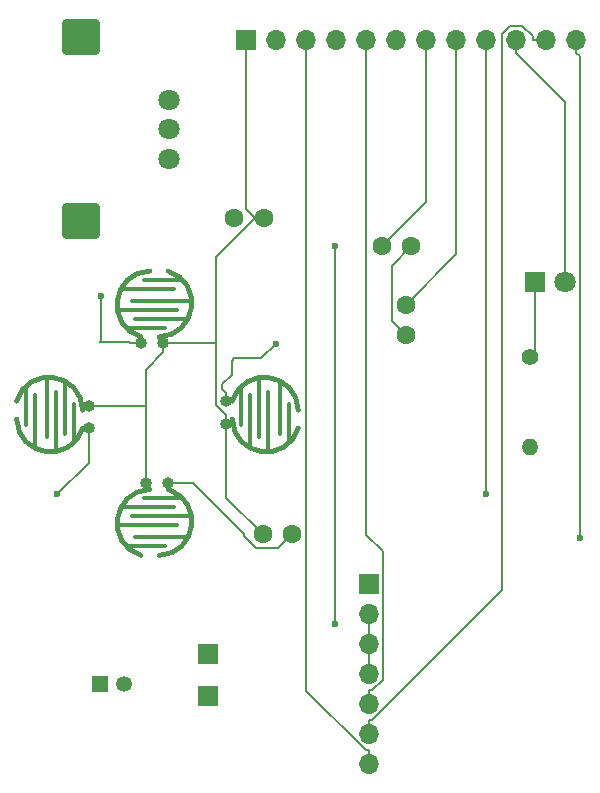
<source format=gbr>
%TF.GenerationSoftware,KiCad,Pcbnew,9.0.0*%
%TF.CreationDate,2025-04-14T10:38:46-04:00*%
%TF.ProjectId,leftPCB,6c656674-5043-4422-9e6b-696361645f70,rev?*%
%TF.SameCoordinates,Original*%
%TF.FileFunction,Copper,L1,Top*%
%TF.FilePolarity,Positive*%
%FSLAX46Y46*%
G04 Gerber Fmt 4.6, Leading zero omitted, Abs format (unit mm)*
G04 Created by KiCad (PCBNEW 9.0.0) date 2025-04-14 10:38:46*
%MOMM*%
%LPD*%
G01*
G04 APERTURE LIST*
G04 Aperture macros list*
%AMRoundRect*
0 Rectangle with rounded corners*
0 $1 Rounding radius*
0 $2 $3 $4 $5 $6 $7 $8 $9 X,Y pos of 4 corners*
0 Add a 4 corners polygon primitive as box body*
4,1,4,$2,$3,$4,$5,$6,$7,$8,$9,$2,$3,0*
0 Add four circle primitives for the rounded corners*
1,1,$1+$1,$2,$3*
1,1,$1+$1,$4,$5*
1,1,$1+$1,$6,$7*
1,1,$1+$1,$8,$9*
0 Add four rect primitives between the rounded corners*
20,1,$1+$1,$2,$3,$4,$5,0*
20,1,$1+$1,$4,$5,$6,$7,0*
20,1,$1+$1,$6,$7,$8,$9,0*
20,1,$1+$1,$8,$9,$2,$3,0*%
G04 Aperture macros list end*
%TA.AperFunction,EtchedComponent*%
%ADD10C,0.300000*%
%TD*%
%TA.AperFunction,EtchedComponent*%
%ADD11C,0.400000*%
%TD*%
%TA.AperFunction,ComponentPad*%
%ADD12R,1.700000X1.700000*%
%TD*%
%TA.AperFunction,SMDPad,CuDef*%
%ADD13O,1.000000X1.000000*%
%TD*%
%TA.AperFunction,ComponentPad*%
%ADD14R,1.350000X1.350000*%
%TD*%
%TA.AperFunction,ComponentPad*%
%ADD15C,1.350000*%
%TD*%
%TA.AperFunction,ComponentPad*%
%ADD16C,1.600000*%
%TD*%
%TA.AperFunction,ComponentPad*%
%ADD17O,1.700000X1.700000*%
%TD*%
%TA.AperFunction,ComponentPad*%
%ADD18O,1.400000X1.400000*%
%TD*%
%TA.AperFunction,ComponentPad*%
%ADD19C,1.400000*%
%TD*%
%TA.AperFunction,ComponentPad*%
%ADD20R,1.800000X1.800000*%
%TD*%
%TA.AperFunction,ComponentPad*%
%ADD21C,1.800000*%
%TD*%
%TA.AperFunction,ComponentPad*%
%ADD22RoundRect,0.465000X-1.185000X1.085000X-1.185000X-1.085000X1.185000X-1.085000X1.185000X1.085000X0*%
%TD*%
%TA.AperFunction,ViaPad*%
%ADD23C,0.600000*%
%TD*%
%TA.AperFunction,Conductor*%
%ADD24C,0.200000*%
%TD*%
G04 APERTURE END LIST*
D10*
%TO.C,SW1*%
X131819000Y-73389000D02*
X136645000Y-73389000D01*
X132073000Y-71611000D02*
X136391000Y-71611000D01*
X132454000Y-74913000D02*
X135629000Y-74913000D01*
X137026000Y-70849000D02*
X133851000Y-70849000D01*
X137407000Y-74151000D02*
X133089000Y-74151000D01*
X137661000Y-72627000D02*
X132835000Y-72627000D01*
D11*
X133597000Y-75675000D02*
G75*
G02*
X134359000Y-70087000I847981J2730321D01*
G01*
X135883000Y-70087000D02*
G75*
G02*
X135121000Y-75675000I-847981J-2730321D01*
G01*
D10*
%TO.C,SW4*%
X142095800Y-79965100D02*
X142095800Y-83140100D01*
X142857800Y-84918100D02*
X142857800Y-80600100D01*
X143619800Y-79330100D02*
X143619800Y-84156100D01*
X144381800Y-85172100D02*
X144381800Y-80346100D01*
X145397800Y-79584100D02*
X145397800Y-83902100D01*
X146159800Y-84537100D02*
X146159800Y-81362100D01*
D11*
X141333800Y-81108100D02*
G75*
G02*
X146921800Y-81870100I2730321J-847981D01*
G01*
X146921800Y-83394100D02*
G75*
G02*
X141333800Y-82632100I-2730321J847981D01*
G01*
D10*
%TO.C,SW3*%
X123840900Y-79965100D02*
X123840900Y-83140100D01*
X124602900Y-84918100D02*
X124602900Y-80600100D01*
X125618900Y-79330100D02*
X125618900Y-84156100D01*
X126380900Y-85172100D02*
X126380900Y-80346100D01*
X127142900Y-79584100D02*
X127142900Y-83902100D01*
X127904900Y-84537100D02*
X127904900Y-81362100D01*
D11*
X123078900Y-81108100D02*
G75*
G02*
X128666900Y-81870100I2730321J-847981D01*
G01*
X128666900Y-83394100D02*
G75*
G02*
X123078900Y-82632100I-2730321J847981D01*
G01*
D10*
%TO.C,SW2*%
X131829200Y-91631300D02*
X136655200Y-91631300D01*
X132083200Y-90107300D02*
X136401200Y-90107300D01*
X132464200Y-93409300D02*
X135639200Y-93409300D01*
X137036200Y-89345300D02*
X133861200Y-89345300D01*
X137417200Y-92647300D02*
X133099200Y-92647300D01*
X137671200Y-90869300D02*
X132845200Y-90869300D01*
D11*
X133607200Y-94171300D02*
G75*
G02*
X134369200Y-88583300I847981J2730321D01*
G01*
X135893200Y-88583300D02*
G75*
G02*
X135131200Y-94171300I-847981J-2730321D01*
G01*
%TD*%
D12*
%TO.P,J4,1,Pin_1*%
%TO.N,/Speaker_Neg*%
X139300000Y-106100000D03*
%TD*%
D13*
%TO.P,SW1,1,P$1*%
%TO.N,GND*%
X135502000Y-76183000D03*
%TO.P,SW1,2,P$2*%
%TO.N,/Up*%
X133597000Y-76183000D03*
%TD*%
D14*
%TO.P,J5,1,1*%
%TO.N,/Speaker_Neg*%
X130150000Y-105050000D03*
D15*
%TO.P,J5,2,2*%
%TO.N,/Speaker_Pos*%
X132150000Y-105050000D03*
%TD*%
D16*
%TO.P,C4,1*%
%TO.N,GND*%
X156000000Y-75500000D03*
%TO.P,C4,2*%
%TO.N,/Right*%
X156000000Y-73000000D03*
%TD*%
D17*
%TO.P,J2,3,Pin_3*%
%TO.N,GND*%
X152900000Y-101680000D03*
%TO.P,J2,4,Pin_4*%
X152900000Y-104220000D03*
%TO.P,J2,2,Pin_2*%
X152900000Y-99140000D03*
D12*
%TO.P,J2,1,Pin_1*%
%TO.N,/5v*%
X152900000Y-96600000D03*
D17*
%TO.P,J2,5,Pin_5*%
%TO.N,/D_In*%
X152900000Y-106760000D03*
%TO.P,J2,6,Pin_6*%
%TO.N,/Clk*%
X152900000Y-109300000D03*
%TO.P,J2,7,Pin_7*%
%TO.N,/LR_Clk*%
X152900000Y-111840000D03*
%TD*%
D18*
%TO.P,R1,2*%
%TO.N,GND*%
X166500000Y-85000000D03*
D19*
%TO.P,R1,1*%
%TO.N,Net-(D1-K)*%
X166500000Y-77380000D03*
%TD*%
D16*
%TO.P,C1,1*%
%TO.N,GND*%
X144000000Y-65600000D03*
%TO.P,C1,2*%
%TO.N,/Up*%
X141500000Y-65600000D03*
%TD*%
D12*
%TO.P,J1,1,Pin_1*%
%TO.N,GND*%
X142525000Y-50500000D03*
D17*
%TO.P,J1,2,Pin_2*%
%TO.N,/Volume_B*%
X145065000Y-50500000D03*
%TO.P,J1,3,Pin_3*%
%TO.N,/LR_Clk*%
X147605000Y-50500000D03*
%TO.P,J1,4,Pin_4*%
%TO.N,/Volume_A*%
X150145000Y-50500000D03*
%TO.P,J1,5,Pin_5*%
%TO.N,/D_In*%
X152685000Y-50500000D03*
%TO.P,J1,6,Pin_6*%
%TO.N,/Up*%
X155225000Y-50500000D03*
%TO.P,J1,7,Pin_7*%
%TO.N,/Left*%
X157765000Y-50500000D03*
%TO.P,J1,8,Pin_8*%
%TO.N,/Right*%
X160305000Y-50500000D03*
%TO.P,J1,9,Pin_9*%
%TO.N,/Down*%
X162845000Y-50500000D03*
%TO.P,J1,10,Pin_10*%
%TO.N,/Power_LED*%
X165385000Y-50500000D03*
%TO.P,J1,11,Pin_11*%
%TO.N,/Clk*%
X167925000Y-50500000D03*
%TO.P,J1,12,Pin_12*%
%TO.N,/5v*%
X170465000Y-50500000D03*
%TD*%
D16*
%TO.P,C3,1*%
%TO.N,GND*%
X156500000Y-68000000D03*
%TO.P,C3,2*%
%TO.N,/Left*%
X154000000Y-68000000D03*
%TD*%
D20*
%TO.P,D1,1,K*%
%TO.N,Net-(D1-K)*%
X166960000Y-71000000D03*
D21*
%TO.P,D1,2,A*%
%TO.N,/Power_LED*%
X169500000Y-71000000D03*
%TD*%
D13*
%TO.P,SW4,1*%
%TO.N,GND*%
X140825800Y-83013100D03*
%TO.P,SW4,2*%
%TO.N,/Right*%
X140825800Y-81108100D03*
%TD*%
D12*
%TO.P,J3,1,Pin_1*%
%TO.N,/Speaker_Pos*%
X139300000Y-102500000D03*
%TD*%
D13*
%TO.P,SW3,1*%
%TO.N,GND*%
X129174900Y-81489100D03*
%TO.P,SW3,2*%
%TO.N,/Left*%
X129174900Y-83394100D03*
%TD*%
%TO.P,SW2,1,P$2*%
%TO.N,GND*%
X133988200Y-88075300D03*
%TO.P,SW2,2,P$1*%
%TO.N,/Down*%
X135893200Y-88075300D03*
%TD*%
D16*
%TO.P,C2,1*%
%TO.N,GND*%
X143900000Y-92400000D03*
%TO.P,C2,2*%
%TO.N,/Down*%
X146400000Y-92400000D03*
%TD*%
D21*
%TO.P,SW5,C,C*%
%TO.N,GND*%
X136000000Y-58100000D03*
D22*
%TO.P,SW5,*%
%TO.N,*%
X128500000Y-50300000D03*
X128500000Y-65900000D03*
D21*
%TO.P,SW5,A,A*%
%TO.N,/Volume_A*%
X136000000Y-55600000D03*
%TO.P,SW5,B,B*%
%TO.N,/Volume_B*%
X136000000Y-60600000D03*
%TD*%
D23*
%TO.N,/Left*%
X126500000Y-89000000D03*
X150000000Y-100000000D03*
X150000000Y-68000000D03*
%TO.N,/Up*%
X130250000Y-72250000D03*
%TO.N,/Down*%
X162845000Y-89002500D03*
%TO.N,/5v*%
X170741100Y-92671400D03*
%TO.N,/Right*%
X145000000Y-76252900D03*
%TD*%
D24*
%TO.N,/Left*%
X129174900Y-86325100D02*
X129174900Y-83394100D01*
X126500000Y-89000000D02*
X129174900Y-86325100D01*
X150000000Y-68000000D02*
X150000000Y-100000000D01*
%TO.N,/Up*%
X130108400Y-76108400D02*
X132594800Y-76108400D01*
X132594800Y-76108400D02*
X132669400Y-76183000D01*
X130250000Y-75966800D02*
X130108400Y-76108400D01*
X130250000Y-72250000D02*
X130250000Y-75966800D01*
X132669400Y-76183000D02*
X133597000Y-76183000D01*
%TO.N,GND*%
X152900000Y-104220000D02*
X152900000Y-101680000D01*
X152900000Y-101680000D02*
X152900000Y-99140000D01*
X143900000Y-92400000D02*
X140825800Y-89325800D01*
X143262500Y-65600000D02*
X144000000Y-65600000D01*
X143262500Y-65600000D02*
X139982500Y-68880000D01*
X142525000Y-64862500D02*
X143262500Y-65600000D01*
X156500000Y-68000000D02*
X154862700Y-69637300D01*
X154862700Y-74362700D02*
X156000000Y-75500000D01*
X140825800Y-89325800D02*
X140825800Y-83013100D01*
X139982500Y-68880000D02*
X139982500Y-76183000D01*
X142525000Y-50500000D02*
X142525000Y-64862500D01*
X154862700Y-69637300D02*
X154862700Y-74362700D01*
X140825800Y-83013100D02*
X140825800Y-82211400D01*
X139982500Y-76183000D02*
X136303700Y-76183000D01*
X139982500Y-76183000D02*
X139982500Y-81451200D01*
X140742700Y-82211400D02*
X140825800Y-82211400D01*
X139982500Y-81451200D02*
X140742700Y-82211400D01*
X135502000Y-76183000D02*
X136303700Y-76183000D01*
X135502000Y-76183000D02*
X135502000Y-76984700D01*
X135502000Y-76984700D02*
X133988200Y-78498500D01*
X133988200Y-78498500D02*
X133988200Y-81489100D01*
X133988200Y-88075300D02*
X133988200Y-81489100D01*
X129174900Y-81489100D02*
X133988200Y-81489100D01*
%TO.N,/Clk*%
X166773300Y-50500000D02*
X166773300Y-50212100D01*
X164211900Y-97104900D02*
X153168500Y-108148300D01*
X152900000Y-109300000D02*
X152900000Y-108148300D01*
X153168500Y-108148300D02*
X152900000Y-108148300D01*
X164211900Y-49986100D02*
X164211900Y-97104900D01*
X165871900Y-49310700D02*
X164887300Y-49310700D01*
X166773300Y-50212100D02*
X165871900Y-49310700D01*
X164887300Y-49310700D02*
X164211900Y-49986100D01*
X167925000Y-50500000D02*
X166773300Y-50500000D01*
%TO.N,/Down*%
X135893200Y-88075300D02*
X138017500Y-88075300D01*
X142318800Y-92517000D02*
X143358000Y-93556200D01*
X138017500Y-88075300D02*
X142318800Y-92376600D01*
X142318800Y-92376600D02*
X142318800Y-92517000D01*
X143358000Y-93556200D02*
X145243800Y-93556200D01*
X162845000Y-89002500D02*
X162845000Y-50500000D01*
X145243800Y-93556200D02*
X146400000Y-92400000D01*
%TO.N,/5v*%
X170741100Y-51927800D02*
X170741100Y-92671400D01*
X170465000Y-50500000D02*
X170465000Y-51651700D01*
X170465000Y-51651700D02*
X170741100Y-51927800D01*
%TO.N,/D_In*%
X152685000Y-50500000D02*
X152685000Y-92415100D01*
X152900000Y-106760000D02*
X152900000Y-105608300D01*
X153168500Y-105608300D02*
X152900000Y-105608300D01*
X154056800Y-104720000D02*
X153168500Y-105608300D01*
X154056800Y-93786900D02*
X154056800Y-104720000D01*
X152685000Y-92415100D02*
X154056800Y-93786900D01*
%TO.N,/Right*%
X160305000Y-68695000D02*
X156000000Y-73000000D01*
X160305000Y-50500000D02*
X160305000Y-68695000D01*
%TO.N,/Left*%
X157765000Y-50500000D02*
X157765000Y-64235000D01*
X157765000Y-64235000D02*
X154000000Y-68000000D01*
%TO.N,/LR_Clk*%
X147605000Y-50500000D02*
X147605000Y-105661800D01*
X147605000Y-105661800D02*
X152631500Y-110688300D01*
X152900000Y-111840000D02*
X152900000Y-110688300D01*
X152631500Y-110688300D02*
X152900000Y-110688300D01*
%TO.N,Net-(D1-K)*%
X166960000Y-71000000D02*
X166960000Y-76920000D01*
X166960000Y-76920000D02*
X166500000Y-77380000D01*
%TO.N,/Power_LED*%
X169500000Y-71000000D02*
X169500000Y-55766700D01*
X165385000Y-50500000D02*
X165385000Y-51651700D01*
X169500000Y-55766700D02*
X165385000Y-51651700D01*
%TO.N,/Right*%
X141291964Y-77708036D02*
X141500000Y-77500000D01*
X141500000Y-77500000D02*
X143752900Y-77500000D01*
X143752900Y-77500000D02*
X145000000Y-76252900D01*
X140500000Y-80101300D02*
X140500000Y-79690964D01*
X140500000Y-79690964D02*
X141291964Y-78899000D01*
X140825800Y-80427100D02*
X140500000Y-80101300D01*
X141291964Y-78899000D02*
X141291964Y-77708036D01*
X140825800Y-81108100D02*
X140825800Y-80427100D01*
%TD*%
M02*

</source>
